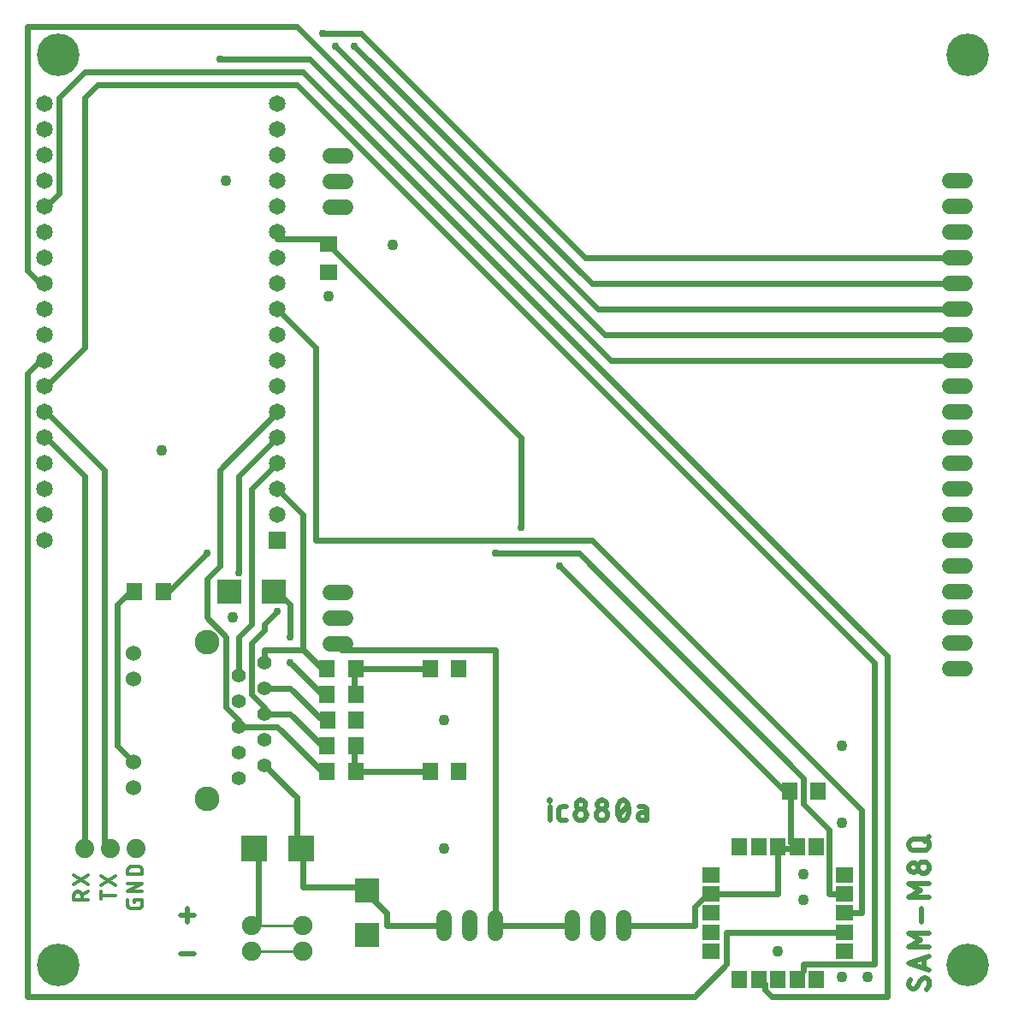
<source format=gbr>
G75*
%MOMM*%
%OFA0B0*%
%FSLAX33Y33*%
%IPPOS*%
%LPD*%
%AMOC8*
5,1,8,0,0,1.08239X$1,22.5*
%
%ADD10C,0.356*%
%ADD11C,0.508*%
%ADD12C,2.445*%
%ADD13C,1.398*%
%ADD14C,1.530*%
%ADD15C,1.524*%
%ADD16R,1.800X1.500*%
%ADD17R,1.500X1.800*%
%ADD18R,1.651X1.651*%
%ADD19C,1.651*%
%ADD20R,1.600X1.800*%
%ADD21R,1.600X1.803*%
%ADD22C,1.880*%
%ADD23C,0.254*%
%ADD24C,1.900*%
%ADD25R,2.540X2.540*%
%ADD26R,1.800X1.600*%
%ADD27R,2.400X2.400*%
%ADD28C,1.106*%
%ADD29C,4.216*%
%ADD30C,0.600*%
%ADD31C,0.756*%
D10*
X06858Y11822D02*
X06858Y12217D01*
X06858Y11822D02*
X08280Y11822D01*
X07648Y11822D02*
X07648Y12217D01*
X07648Y12296D02*
X08280Y12613D01*
X08280Y13290D02*
X06858Y14238D01*
X06858Y13290D02*
X08280Y14238D01*
X09525Y14194D02*
X10947Y13246D01*
X10947Y14194D02*
X09525Y13246D01*
X09525Y12656D02*
X09525Y11866D01*
X09525Y12261D02*
X10947Y12261D01*
X12192Y12635D02*
X13614Y13425D01*
X12192Y13425D01*
X12192Y12635D02*
X13614Y12635D01*
X13614Y11758D02*
X12824Y11758D01*
X12824Y11521D01*
X12508Y10968D02*
X12473Y10970D01*
X12438Y10976D01*
X12404Y10986D01*
X12371Y10999D01*
X12340Y11016D01*
X12311Y11037D01*
X12285Y11061D01*
X12261Y11087D01*
X12240Y11116D01*
X12223Y11147D01*
X12210Y11180D01*
X12200Y11214D01*
X12194Y11249D01*
X12192Y11284D01*
X12192Y11758D01*
X12508Y10968D02*
X13298Y10968D01*
X13331Y10970D01*
X13364Y10975D01*
X13396Y10983D01*
X13427Y10995D01*
X13456Y11010D01*
X13484Y11028D01*
X13509Y11049D01*
X13533Y11073D01*
X13554Y11098D01*
X13572Y11126D01*
X13587Y11155D01*
X13599Y11186D01*
X13607Y11218D01*
X13612Y11251D01*
X13614Y11284D01*
X13614Y11758D01*
X13614Y14302D02*
X12192Y14302D01*
X12192Y14698D01*
X12194Y14737D01*
X12200Y14775D01*
X12209Y14813D01*
X12222Y14849D01*
X12239Y14884D01*
X12259Y14917D01*
X12282Y14949D01*
X12308Y14977D01*
X12336Y15003D01*
X12368Y15026D01*
X12401Y15046D01*
X12436Y15063D01*
X12472Y15076D01*
X12510Y15085D01*
X12548Y15091D01*
X12587Y15093D01*
X13219Y15093D01*
X13258Y15091D01*
X13296Y15085D01*
X13334Y15076D01*
X13370Y15063D01*
X13405Y15046D01*
X13438Y15026D01*
X13470Y15003D01*
X13498Y14977D01*
X13524Y14949D01*
X13547Y14917D01*
X13567Y14884D01*
X13584Y14849D01*
X13597Y14813D01*
X13606Y14775D01*
X13612Y14737D01*
X13614Y14698D01*
X13614Y14302D01*
X07648Y12217D02*
X07646Y12256D01*
X07640Y12294D01*
X07631Y12332D01*
X07618Y12368D01*
X07601Y12403D01*
X07581Y12436D01*
X07558Y12468D01*
X07532Y12496D01*
X07504Y12522D01*
X07472Y12545D01*
X07439Y12565D01*
X07404Y12582D01*
X07368Y12595D01*
X07330Y12604D01*
X07292Y12610D01*
X07253Y12612D01*
X07214Y12610D01*
X07176Y12604D01*
X07138Y12595D01*
X07102Y12582D01*
X07067Y12565D01*
X07034Y12545D01*
X07002Y12522D01*
X06974Y12496D01*
X06948Y12468D01*
X06925Y12436D01*
X06905Y12403D01*
X06888Y12368D01*
X06875Y12332D01*
X06866Y12294D01*
X06860Y12256D01*
X06858Y12217D01*
D11*
X17433Y10264D02*
X18788Y10264D01*
X18110Y09587D02*
X18110Y10942D01*
X17433Y06454D02*
X18788Y06454D01*
X53966Y19634D02*
X53966Y20989D01*
X54023Y21553D02*
X53910Y21553D01*
X53910Y21666D01*
X54023Y21666D01*
X54023Y21553D01*
X54841Y20650D02*
X54841Y19973D01*
X54843Y19938D01*
X54848Y19903D01*
X54858Y19868D01*
X54870Y19835D01*
X54886Y19804D01*
X54906Y19774D01*
X54928Y19746D01*
X54953Y19721D01*
X54981Y19699D01*
X55011Y19679D01*
X55042Y19663D01*
X55075Y19651D01*
X55110Y19641D01*
X55145Y19636D01*
X55180Y19634D01*
X55632Y19634D01*
X54841Y20650D02*
X54843Y20685D01*
X54848Y20720D01*
X54858Y20755D01*
X54870Y20788D01*
X54886Y20820D01*
X54906Y20849D01*
X54928Y20877D01*
X54953Y20902D01*
X54981Y20924D01*
X55011Y20944D01*
X55042Y20960D01*
X55075Y20972D01*
X55110Y20982D01*
X55145Y20987D01*
X55180Y20989D01*
X55632Y20989D01*
X56577Y21215D02*
X56579Y21173D01*
X56585Y21132D01*
X56594Y21091D01*
X56608Y21052D01*
X56624Y21014D01*
X56645Y20977D01*
X56668Y20943D01*
X56695Y20910D01*
X56724Y20881D01*
X56757Y20854D01*
X56791Y20831D01*
X56828Y20810D01*
X56866Y20794D01*
X56905Y20780D01*
X56946Y20771D01*
X56987Y20765D01*
X57029Y20763D01*
X57071Y20765D01*
X57112Y20771D01*
X57153Y20780D01*
X57192Y20794D01*
X57230Y20810D01*
X57267Y20831D01*
X57301Y20854D01*
X57334Y20881D01*
X57363Y20910D01*
X57390Y20943D01*
X57413Y20977D01*
X57434Y21014D01*
X57450Y21052D01*
X57464Y21091D01*
X57473Y21132D01*
X57479Y21173D01*
X57481Y21215D01*
X57479Y21257D01*
X57473Y21298D01*
X57464Y21339D01*
X57450Y21378D01*
X57434Y21416D01*
X57413Y21453D01*
X57390Y21487D01*
X57363Y21520D01*
X57334Y21549D01*
X57301Y21576D01*
X57267Y21599D01*
X57230Y21620D01*
X57192Y21636D01*
X57153Y21650D01*
X57112Y21659D01*
X57071Y21665D01*
X57029Y21667D01*
X56987Y21665D01*
X56946Y21659D01*
X56905Y21650D01*
X56866Y21636D01*
X56828Y21620D01*
X56791Y21599D01*
X56757Y21576D01*
X56724Y21549D01*
X56695Y21520D01*
X56668Y21487D01*
X56645Y21453D01*
X56624Y21416D01*
X56608Y21378D01*
X56594Y21339D01*
X56585Y21298D01*
X56579Y21257D01*
X56577Y21215D01*
X56465Y20199D02*
X56467Y20152D01*
X56473Y20106D01*
X56482Y20061D01*
X56496Y20016D01*
X56513Y19972D01*
X56533Y19931D01*
X56557Y19891D01*
X56584Y19853D01*
X56614Y19817D01*
X56647Y19784D01*
X56683Y19754D01*
X56721Y19727D01*
X56761Y19703D01*
X56802Y19683D01*
X56846Y19666D01*
X56891Y19652D01*
X56936Y19643D01*
X56982Y19637D01*
X57029Y19635D01*
X57076Y19637D01*
X57122Y19643D01*
X57167Y19652D01*
X57212Y19666D01*
X57256Y19683D01*
X57297Y19703D01*
X57337Y19727D01*
X57375Y19754D01*
X57411Y19784D01*
X57444Y19817D01*
X57474Y19853D01*
X57501Y19891D01*
X57525Y19931D01*
X57545Y19972D01*
X57562Y20016D01*
X57576Y20061D01*
X57585Y20106D01*
X57591Y20152D01*
X57593Y20199D01*
X57591Y20246D01*
X57585Y20292D01*
X57576Y20337D01*
X57562Y20382D01*
X57545Y20426D01*
X57525Y20467D01*
X57501Y20507D01*
X57474Y20545D01*
X57444Y20581D01*
X57411Y20614D01*
X57375Y20644D01*
X57337Y20671D01*
X57297Y20695D01*
X57256Y20715D01*
X57212Y20732D01*
X57167Y20746D01*
X57122Y20755D01*
X57076Y20761D01*
X57029Y20763D01*
X56982Y20761D01*
X56936Y20755D01*
X56891Y20746D01*
X56846Y20732D01*
X56802Y20715D01*
X56761Y20695D01*
X56721Y20671D01*
X56683Y20644D01*
X56647Y20614D01*
X56614Y20581D01*
X56584Y20545D01*
X56557Y20507D01*
X56533Y20467D01*
X56513Y20426D01*
X56496Y20382D01*
X56482Y20337D01*
X56473Y20292D01*
X56467Y20246D01*
X56465Y20199D01*
X58553Y20199D02*
X58555Y20152D01*
X58561Y20106D01*
X58570Y20061D01*
X58584Y20016D01*
X58601Y19972D01*
X58621Y19931D01*
X58645Y19891D01*
X58672Y19853D01*
X58702Y19817D01*
X58735Y19784D01*
X58771Y19754D01*
X58809Y19727D01*
X58849Y19703D01*
X58890Y19683D01*
X58934Y19666D01*
X58979Y19652D01*
X59024Y19643D01*
X59070Y19637D01*
X59117Y19635D01*
X59164Y19637D01*
X59210Y19643D01*
X59255Y19652D01*
X59300Y19666D01*
X59344Y19683D01*
X59385Y19703D01*
X59425Y19727D01*
X59463Y19754D01*
X59499Y19784D01*
X59532Y19817D01*
X59562Y19853D01*
X59589Y19891D01*
X59613Y19931D01*
X59633Y19972D01*
X59650Y20016D01*
X59664Y20061D01*
X59673Y20106D01*
X59679Y20152D01*
X59681Y20199D01*
X59679Y20246D01*
X59673Y20292D01*
X59664Y20337D01*
X59650Y20382D01*
X59633Y20426D01*
X59613Y20467D01*
X59589Y20507D01*
X59562Y20545D01*
X59532Y20581D01*
X59499Y20614D01*
X59463Y20644D01*
X59425Y20671D01*
X59385Y20695D01*
X59344Y20715D01*
X59300Y20732D01*
X59255Y20746D01*
X59210Y20755D01*
X59164Y20761D01*
X59117Y20763D01*
X59070Y20761D01*
X59024Y20755D01*
X58979Y20746D01*
X58934Y20732D01*
X58890Y20715D01*
X58849Y20695D01*
X58809Y20671D01*
X58771Y20644D01*
X58735Y20614D01*
X58702Y20581D01*
X58672Y20545D01*
X58645Y20507D01*
X58621Y20467D01*
X58601Y20426D01*
X58584Y20382D01*
X58570Y20337D01*
X58561Y20292D01*
X58555Y20246D01*
X58553Y20199D01*
X58665Y21215D02*
X58667Y21173D01*
X58673Y21132D01*
X58682Y21091D01*
X58696Y21052D01*
X58712Y21014D01*
X58733Y20977D01*
X58756Y20943D01*
X58783Y20910D01*
X58812Y20881D01*
X58845Y20854D01*
X58879Y20831D01*
X58916Y20810D01*
X58954Y20794D01*
X58993Y20780D01*
X59034Y20771D01*
X59075Y20765D01*
X59117Y20763D01*
X59159Y20765D01*
X59200Y20771D01*
X59241Y20780D01*
X59280Y20794D01*
X59318Y20810D01*
X59355Y20831D01*
X59389Y20854D01*
X59422Y20881D01*
X59451Y20910D01*
X59478Y20943D01*
X59501Y20977D01*
X59522Y21014D01*
X59538Y21052D01*
X59552Y21091D01*
X59561Y21132D01*
X59567Y21173D01*
X59569Y21215D01*
X59567Y21257D01*
X59561Y21298D01*
X59552Y21339D01*
X59538Y21378D01*
X59522Y21416D01*
X59501Y21453D01*
X59478Y21487D01*
X59451Y21520D01*
X59422Y21549D01*
X59389Y21576D01*
X59355Y21599D01*
X59318Y21620D01*
X59280Y21636D01*
X59241Y21650D01*
X59200Y21659D01*
X59159Y21665D01*
X59117Y21667D01*
X59075Y21665D01*
X59034Y21659D01*
X58993Y21650D01*
X58954Y21636D01*
X58916Y21620D01*
X58879Y21599D01*
X58845Y21576D01*
X58812Y21549D01*
X58783Y21520D01*
X58756Y21487D01*
X58733Y21453D01*
X58712Y21416D01*
X58696Y21378D01*
X58682Y21339D01*
X58673Y21298D01*
X58667Y21257D01*
X58665Y21215D01*
X61769Y20650D02*
X61767Y20574D01*
X61762Y20498D01*
X61754Y20423D01*
X61742Y20348D01*
X61726Y20273D01*
X61707Y20200D01*
X61685Y20127D01*
X61660Y20055D01*
X61631Y19985D01*
X61600Y19916D01*
X61599Y19916D02*
X61585Y19879D01*
X61567Y19844D01*
X61545Y19810D01*
X61520Y19779D01*
X61493Y19750D01*
X61463Y19724D01*
X61430Y19701D01*
X61396Y19681D01*
X61360Y19664D01*
X61322Y19651D01*
X61283Y19642D01*
X61244Y19636D01*
X61204Y19634D01*
X61164Y19636D01*
X61125Y19642D01*
X61086Y19651D01*
X61048Y19664D01*
X61012Y19681D01*
X60978Y19701D01*
X60945Y19724D01*
X60915Y19750D01*
X60888Y19779D01*
X60863Y19810D01*
X60841Y19844D01*
X60823Y19879D01*
X60809Y19916D01*
X60753Y20086D02*
X61656Y21215D01*
X61599Y21385D02*
X61585Y21422D01*
X61567Y21457D01*
X61545Y21491D01*
X61520Y21522D01*
X61493Y21551D01*
X61463Y21577D01*
X61430Y21600D01*
X61396Y21620D01*
X61360Y21637D01*
X61322Y21650D01*
X61283Y21659D01*
X61244Y21665D01*
X61204Y21667D01*
X61164Y21665D01*
X61125Y21659D01*
X61086Y21650D01*
X61048Y21637D01*
X61012Y21620D01*
X60978Y21600D01*
X60945Y21577D01*
X60915Y21551D01*
X60888Y21522D01*
X60863Y21491D01*
X60841Y21457D01*
X60823Y21422D01*
X60809Y21385D01*
X61599Y21384D02*
X61630Y21315D01*
X61659Y21244D01*
X61684Y21173D01*
X61706Y21100D01*
X61725Y21026D01*
X61741Y20952D01*
X61753Y20877D01*
X61761Y20802D01*
X61766Y20726D01*
X61768Y20650D01*
X60640Y20650D02*
X60642Y20726D01*
X60647Y20802D01*
X60655Y20877D01*
X60667Y20952D01*
X60683Y21027D01*
X60702Y21100D01*
X60724Y21173D01*
X60749Y21245D01*
X60778Y21315D01*
X60809Y21384D01*
X60640Y20650D02*
X60642Y20574D01*
X60647Y20498D01*
X60655Y20423D01*
X60667Y20348D01*
X60683Y20273D01*
X60702Y20200D01*
X60724Y20127D01*
X60749Y20055D01*
X60778Y19985D01*
X60809Y19916D01*
X62800Y20989D02*
X63252Y20989D01*
X63287Y20987D01*
X63322Y20982D01*
X63357Y20972D01*
X63390Y20960D01*
X63422Y20944D01*
X63451Y20924D01*
X63479Y20902D01*
X63504Y20877D01*
X63526Y20849D01*
X63546Y20820D01*
X63562Y20788D01*
X63574Y20755D01*
X63584Y20720D01*
X63589Y20685D01*
X63591Y20650D01*
X63590Y20650D02*
X63590Y19634D01*
X63082Y19634D01*
X63043Y19636D01*
X63005Y19642D01*
X62967Y19651D01*
X62931Y19664D01*
X62896Y19681D01*
X62863Y19701D01*
X62831Y19724D01*
X62803Y19750D01*
X62777Y19778D01*
X62754Y19810D01*
X62734Y19843D01*
X62717Y19878D01*
X62704Y19914D01*
X62695Y19952D01*
X62689Y19990D01*
X62687Y20029D01*
X62689Y20068D01*
X62695Y20106D01*
X62704Y20144D01*
X62717Y20180D01*
X62734Y20215D01*
X62754Y20248D01*
X62777Y20280D01*
X62803Y20308D01*
X62831Y20334D01*
X62863Y20357D01*
X62896Y20377D01*
X62931Y20394D01*
X62967Y20407D01*
X63005Y20416D01*
X63043Y20422D01*
X63082Y20424D01*
X63590Y20424D01*
X89484Y13372D02*
X91516Y13372D01*
X90613Y12695D02*
X89484Y13372D01*
X90613Y12695D02*
X89484Y12017D01*
X91516Y12017D01*
X90726Y10936D02*
X90726Y09581D01*
X91516Y08500D02*
X89484Y08500D01*
X90613Y07823D01*
X89484Y07146D01*
X91516Y07146D01*
X91516Y06204D02*
X89484Y05526D01*
X91516Y04849D01*
X91008Y05018D02*
X91008Y06034D01*
X90670Y03847D02*
X90331Y03226D01*
X89484Y03451D02*
X89486Y03505D01*
X89491Y03560D01*
X89500Y03614D01*
X89512Y03667D01*
X89527Y03719D01*
X89546Y03770D01*
X89568Y03820D01*
X89594Y03868D01*
X89622Y03915D01*
X89653Y03959D01*
X90331Y03226D02*
X90310Y03193D01*
X90285Y03161D01*
X90258Y03132D01*
X90229Y03106D01*
X90197Y03082D01*
X90164Y03060D01*
X90128Y03042D01*
X90092Y03027D01*
X90054Y03015D01*
X90015Y03007D01*
X89976Y03002D01*
X89936Y03000D01*
X89936Y02999D02*
X89894Y03001D01*
X89853Y03007D01*
X89812Y03016D01*
X89773Y03030D01*
X89735Y03046D01*
X89698Y03067D01*
X89664Y03090D01*
X89631Y03117D01*
X89602Y03146D01*
X89575Y03179D01*
X89552Y03213D01*
X89531Y03250D01*
X89515Y03288D01*
X89501Y03327D01*
X89492Y03368D01*
X89486Y03409D01*
X89484Y03451D01*
X91234Y02944D02*
X91274Y02986D01*
X91311Y03030D01*
X91345Y03077D01*
X91377Y03125D01*
X91406Y03175D01*
X91431Y03228D01*
X91453Y03281D01*
X91472Y03336D01*
X91488Y03391D01*
X91500Y03448D01*
X91509Y03505D01*
X91514Y03563D01*
X91516Y03621D01*
X91517Y03621D02*
X91515Y03663D01*
X91509Y03704D01*
X91500Y03745D01*
X91486Y03784D01*
X91470Y03822D01*
X91449Y03859D01*
X91426Y03893D01*
X91399Y03926D01*
X91370Y03955D01*
X91337Y03982D01*
X91303Y04005D01*
X91266Y04026D01*
X91228Y04042D01*
X91189Y04056D01*
X91148Y04065D01*
X91107Y04071D01*
X91065Y04073D01*
X91025Y04071D01*
X90986Y04066D01*
X90947Y04058D01*
X90909Y04046D01*
X90873Y04031D01*
X90837Y04013D01*
X90804Y03991D01*
X90772Y03967D01*
X90743Y03941D01*
X90716Y03912D01*
X90691Y03880D01*
X90670Y03847D01*
X90952Y14427D02*
X90999Y14429D01*
X91045Y14435D01*
X91090Y14444D01*
X91135Y14458D01*
X91179Y14475D01*
X91220Y14495D01*
X91260Y14519D01*
X91298Y14546D01*
X91334Y14576D01*
X91367Y14609D01*
X91397Y14645D01*
X91424Y14683D01*
X91448Y14723D01*
X91468Y14764D01*
X91485Y14808D01*
X91499Y14853D01*
X91508Y14898D01*
X91514Y14944D01*
X91516Y14991D01*
X91514Y15038D01*
X91508Y15084D01*
X91499Y15129D01*
X91485Y15174D01*
X91468Y15218D01*
X91448Y15259D01*
X91424Y15299D01*
X91397Y15337D01*
X91367Y15373D01*
X91334Y15406D01*
X91298Y15436D01*
X91260Y15463D01*
X91220Y15487D01*
X91179Y15507D01*
X91135Y15524D01*
X91090Y15538D01*
X91045Y15547D01*
X90999Y15553D01*
X90952Y15555D01*
X90905Y15553D01*
X90859Y15547D01*
X90814Y15538D01*
X90769Y15524D01*
X90725Y15507D01*
X90684Y15487D01*
X90644Y15463D01*
X90606Y15436D01*
X90570Y15406D01*
X90537Y15373D01*
X90507Y15337D01*
X90480Y15299D01*
X90456Y15259D01*
X90436Y15218D01*
X90419Y15174D01*
X90405Y15129D01*
X90396Y15084D01*
X90390Y15038D01*
X90388Y14991D01*
X90390Y14944D01*
X90396Y14898D01*
X90405Y14853D01*
X90419Y14808D01*
X90436Y14764D01*
X90456Y14723D01*
X90480Y14683D01*
X90507Y14645D01*
X90537Y14609D01*
X90570Y14576D01*
X90606Y14546D01*
X90644Y14519D01*
X90684Y14495D01*
X90725Y14475D01*
X90769Y14458D01*
X90814Y14444D01*
X90859Y14435D01*
X90905Y14429D01*
X90952Y14427D01*
X89936Y14539D02*
X89978Y14541D01*
X90019Y14547D01*
X90060Y14556D01*
X90099Y14570D01*
X90137Y14586D01*
X90174Y14607D01*
X90208Y14630D01*
X90241Y14657D01*
X90270Y14686D01*
X90297Y14719D01*
X90320Y14753D01*
X90341Y14790D01*
X90357Y14828D01*
X90371Y14867D01*
X90380Y14908D01*
X90386Y14949D01*
X90388Y14991D01*
X90386Y15033D01*
X90380Y15074D01*
X90371Y15115D01*
X90357Y15154D01*
X90341Y15192D01*
X90320Y15229D01*
X90297Y15263D01*
X90270Y15296D01*
X90241Y15325D01*
X90208Y15352D01*
X90174Y15375D01*
X90137Y15396D01*
X90099Y15412D01*
X90060Y15426D01*
X90019Y15435D01*
X89978Y15441D01*
X89936Y15443D01*
X89894Y15441D01*
X89853Y15435D01*
X89812Y15426D01*
X89773Y15412D01*
X89735Y15396D01*
X89698Y15375D01*
X89664Y15352D01*
X89631Y15325D01*
X89602Y15296D01*
X89575Y15263D01*
X89552Y15229D01*
X89531Y15192D01*
X89515Y15154D01*
X89501Y15115D01*
X89492Y15074D01*
X89486Y15033D01*
X89484Y14991D01*
X89486Y14949D01*
X89492Y14908D01*
X89501Y14867D01*
X89515Y14828D01*
X89531Y14790D01*
X89552Y14753D01*
X89575Y14719D01*
X89602Y14686D01*
X89631Y14657D01*
X89664Y14630D01*
X89698Y14607D01*
X89735Y14586D01*
X89773Y14570D01*
X89812Y14556D01*
X89853Y14547D01*
X89894Y14541D01*
X89936Y14539D01*
X90049Y16682D02*
X90952Y16682D01*
X90952Y16683D02*
X90999Y16685D01*
X91045Y16691D01*
X91090Y16700D01*
X91135Y16714D01*
X91179Y16731D01*
X91220Y16751D01*
X91260Y16775D01*
X91298Y16802D01*
X91334Y16832D01*
X91367Y16865D01*
X91397Y16901D01*
X91424Y16939D01*
X91448Y16979D01*
X91468Y17020D01*
X91485Y17064D01*
X91499Y17109D01*
X91508Y17154D01*
X91514Y17200D01*
X91516Y17247D01*
X91514Y17294D01*
X91508Y17340D01*
X91499Y17385D01*
X91485Y17430D01*
X91468Y17474D01*
X91448Y17515D01*
X91424Y17555D01*
X91397Y17593D01*
X91367Y17629D01*
X91334Y17662D01*
X91298Y17692D01*
X91260Y17719D01*
X91220Y17743D01*
X91179Y17763D01*
X91135Y17780D01*
X91090Y17794D01*
X91045Y17803D01*
X90999Y17809D01*
X90952Y17811D01*
X90049Y17811D01*
X90002Y17809D01*
X89956Y17803D01*
X89911Y17794D01*
X89866Y17780D01*
X89822Y17763D01*
X89781Y17743D01*
X89741Y17719D01*
X89703Y17692D01*
X89667Y17662D01*
X89634Y17629D01*
X89604Y17593D01*
X89577Y17555D01*
X89553Y17515D01*
X89533Y17474D01*
X89516Y17430D01*
X89502Y17385D01*
X89493Y17340D01*
X89487Y17294D01*
X89485Y17247D01*
X89487Y17200D01*
X89493Y17154D01*
X89502Y17109D01*
X89516Y17064D01*
X89533Y17020D01*
X89553Y16979D01*
X89577Y16939D01*
X89604Y16901D01*
X89634Y16865D01*
X89667Y16832D01*
X89703Y16802D01*
X89741Y16775D01*
X89781Y16751D01*
X89822Y16731D01*
X89866Y16714D01*
X89911Y16700D01*
X89956Y16691D01*
X90002Y16685D01*
X90049Y16683D01*
X91065Y17585D02*
X91516Y18037D01*
D12*
X20010Y21795D03*
X20010Y37285D03*
D13*
X23190Y33990D03*
X23190Y31450D03*
X25730Y30180D03*
X25730Y27640D03*
X23190Y26370D03*
X23190Y28910D03*
X25730Y25100D03*
X23190Y23830D03*
X25730Y32720D03*
X25730Y35260D03*
D14*
X12760Y36165D03*
X12760Y33625D03*
X12760Y25455D03*
X12760Y22915D03*
D15*
X32248Y37120D02*
X33772Y37120D01*
X33772Y39660D02*
X32248Y39660D01*
X32248Y42200D02*
X33772Y42200D01*
X43510Y09982D02*
X43510Y08458D01*
X46050Y08458D02*
X46050Y09982D01*
X48590Y09982D02*
X48590Y08458D01*
X56210Y08458D02*
X56210Y09982D01*
X58750Y09982D02*
X58750Y08458D01*
X61290Y08458D02*
X61290Y09982D01*
X93548Y34620D02*
X95072Y34620D01*
X95072Y37160D02*
X93548Y37160D01*
X93548Y39700D02*
X95072Y39700D01*
X95072Y42240D02*
X93548Y42240D01*
X93548Y44780D02*
X95072Y44780D01*
X95072Y47320D02*
X93548Y47320D01*
X93548Y49860D02*
X95072Y49860D01*
X95072Y52400D02*
X93548Y52400D01*
X93548Y54940D02*
X95072Y54940D01*
X95072Y57480D02*
X93548Y57480D01*
X93548Y60020D02*
X95072Y60020D01*
X95072Y62560D02*
X93548Y62560D01*
X93548Y65100D02*
X95072Y65100D01*
X95072Y67640D02*
X93548Y67640D01*
X93548Y70180D02*
X95072Y70180D01*
X95072Y72720D02*
X93548Y72720D01*
X93548Y75260D02*
X95072Y75260D01*
X95072Y77800D02*
X93548Y77800D01*
X93548Y80340D02*
X95072Y80340D01*
X95072Y82880D02*
X93548Y82880D01*
X33772Y82860D02*
X32248Y82860D01*
X32248Y85400D02*
X33772Y85400D01*
X33772Y80320D02*
X32248Y80320D01*
D16*
X69930Y14290D03*
X69930Y12390D03*
X69930Y10490D03*
X69930Y08590D03*
X69930Y06690D03*
X83130Y06690D03*
X83130Y08590D03*
X83130Y10490D03*
X83130Y12390D03*
X83130Y14290D03*
D17*
X80330Y17090D03*
X78430Y17090D03*
X76530Y17090D03*
X74630Y17090D03*
X72730Y17090D03*
X72730Y03890D03*
X74630Y03890D03*
X76530Y03890D03*
X78430Y03890D03*
X80330Y03890D03*
D18*
X27000Y47320D03*
D19*
X27000Y49860D03*
X27000Y52400D03*
X27000Y54940D03*
X27000Y57480D03*
X27000Y60020D03*
X27000Y62560D03*
X27000Y65100D03*
X27000Y67640D03*
X27000Y70180D03*
X27000Y72720D03*
X27000Y75260D03*
X27000Y77800D03*
X27000Y80340D03*
X27000Y82880D03*
X27000Y85420D03*
X27000Y87960D03*
X27000Y90500D03*
X03950Y90500D03*
X03950Y87960D03*
X03950Y85420D03*
X03950Y82880D03*
X03950Y80340D03*
X03950Y77800D03*
X03950Y75260D03*
X03950Y72720D03*
X03950Y70180D03*
X03950Y67640D03*
X03950Y65100D03*
X03950Y62560D03*
X03950Y60020D03*
X03950Y57480D03*
X03950Y54940D03*
X03950Y52400D03*
X03950Y49860D03*
X03950Y47320D03*
D20*
X31950Y29540D03*
X34750Y29540D03*
X42110Y24460D03*
X44910Y24460D03*
X44910Y34620D03*
X42110Y34620D03*
X77730Y22550D03*
X80530Y22550D03*
D21*
X34772Y24460D03*
X34772Y27000D03*
X31928Y27000D03*
X31928Y24460D03*
X31928Y32080D03*
X34772Y32080D03*
X34772Y34620D03*
X31928Y34620D03*
X15722Y42240D03*
X12878Y42240D03*
D22*
X13030Y16840D03*
X10490Y16840D03*
X07950Y16840D03*
D23*
X24460Y09220D02*
X29540Y09220D01*
X29540Y06680D02*
X24460Y06680D01*
D24*
X24460Y06680D03*
X24460Y09220D03*
X29540Y09220D03*
X29540Y06680D03*
D25*
X29350Y16840D03*
X24651Y16840D03*
D26*
X32080Y73860D03*
X32080Y76660D03*
D27*
X26660Y42240D03*
X22260Y42240D03*
X35890Y12690D03*
X35890Y08290D03*
D28*
X43510Y16840D03*
X43510Y29540D03*
X22555Y39700D03*
X15570Y56210D03*
X32080Y71450D03*
X38430Y76530D03*
X21920Y82880D03*
X82880Y27000D03*
X82880Y19380D03*
X79070Y14300D03*
X79070Y11760D03*
X76530Y06680D03*
X82880Y04140D03*
X85420Y04140D03*
D29*
X95330Y05330D03*
X95330Y95330D03*
X05330Y95330D03*
X05330Y05330D03*
D30*
X02235Y02235D02*
X02235Y63830D01*
X03505Y65100D01*
X03950Y65100D01*
X03950Y62560D02*
X04140Y62560D01*
X07950Y66370D01*
X07950Y91135D01*
X09220Y92405D01*
X28905Y92405D01*
X86055Y35255D01*
X86055Y05410D01*
X79070Y05410D01*
X79070Y04775D01*
X78435Y04140D01*
X78430Y03890D01*
X75895Y02235D02*
X87325Y02235D01*
X87325Y35890D01*
X29540Y93675D01*
X07950Y93675D01*
X05410Y91135D01*
X05410Y81610D01*
X04140Y80340D01*
X03950Y80340D01*
X02235Y73990D02*
X03505Y72720D01*
X03950Y72720D01*
X02235Y73990D02*
X02235Y98120D01*
X28905Y98120D01*
X59385Y67640D01*
X94310Y67640D01*
X94310Y70180D02*
X58750Y70180D01*
X32715Y96215D01*
X31445Y97485D02*
X35255Y97485D01*
X57480Y75260D01*
X94310Y75260D01*
X94310Y72720D02*
X58115Y72720D01*
X34620Y96215D01*
X30175Y94945D02*
X21285Y94945D01*
X30175Y94945D02*
X60020Y65100D01*
X94310Y65100D01*
X58115Y47320D02*
X30810Y47320D01*
X30810Y66370D01*
X27000Y70180D01*
X27000Y77165D02*
X27000Y77800D01*
X27000Y77165D02*
X32080Y77165D01*
X32080Y76660D01*
X32080Y76530D01*
X51130Y57480D01*
X51130Y48590D01*
X48590Y46050D02*
X56845Y46050D01*
X79070Y23825D01*
X79070Y21285D01*
X81610Y18745D01*
X81610Y12395D01*
X82880Y12395D01*
X83130Y12390D01*
X83130Y10490D02*
X84785Y10490D01*
X84785Y20650D01*
X58115Y47320D01*
X54940Y44780D02*
X77165Y22555D01*
X77730Y22550D01*
X77800Y21920D01*
X77800Y17475D01*
X78430Y17090D01*
X77800Y16840D01*
X76530Y16840D01*
X76530Y17090D01*
X76530Y16840D02*
X76530Y12395D01*
X70180Y12395D01*
X69930Y12390D01*
X69545Y12395D01*
X68275Y11125D01*
X68275Y09220D01*
X61290Y09220D01*
X56210Y09220D02*
X48590Y09220D01*
X48590Y36525D01*
X33350Y36525D01*
X33010Y37120D01*
X31928Y34620D02*
X31445Y34620D01*
X29540Y36525D01*
X29540Y49860D01*
X27000Y52400D01*
X24460Y52400D02*
X27000Y54940D01*
X27000Y57480D02*
X23190Y53670D01*
X23190Y44145D01*
X21285Y44780D02*
X20015Y43510D01*
X20015Y39700D01*
X21920Y37795D01*
X21920Y30810D01*
X23190Y29540D01*
X23190Y28910D01*
X23190Y28905D01*
X27000Y28905D01*
X31445Y24460D01*
X31928Y24460D01*
X31928Y27000D02*
X31445Y27000D01*
X28270Y30175D01*
X25730Y30175D01*
X25730Y30180D01*
X25730Y30810D01*
X24460Y32080D01*
X24460Y37160D01*
X25730Y38430D01*
X25730Y39065D01*
X27000Y40335D01*
X28270Y40970D02*
X27000Y42240D01*
X26660Y42240D01*
X28270Y40970D02*
X28270Y37795D01*
X29540Y36525D02*
X25730Y36525D01*
X25730Y35260D01*
X23190Y33990D02*
X23190Y37795D01*
X24460Y39065D01*
X24460Y52400D01*
X21285Y54305D02*
X21285Y44780D01*
X20015Y46050D02*
X16205Y42240D01*
X15722Y42240D01*
X12878Y42240D02*
X12395Y42240D01*
X11125Y40970D01*
X11125Y27000D01*
X12395Y25730D01*
X12760Y25455D01*
X09855Y17475D02*
X10490Y16840D01*
X09855Y17475D02*
X09855Y54305D01*
X04140Y60020D01*
X03950Y60020D01*
X03950Y57480D02*
X04140Y57480D01*
X07950Y53670D01*
X07950Y16840D01*
X02235Y02235D02*
X68275Y02235D01*
X71450Y05410D01*
X71450Y08585D01*
X82880Y08585D01*
X83130Y08590D01*
X75895Y02235D02*
X75260Y02870D01*
X75260Y03505D01*
X74630Y03890D01*
X43510Y09220D02*
X37795Y09220D01*
X37795Y10490D01*
X35890Y12395D01*
X35890Y12690D01*
X35890Y13030D01*
X29540Y13030D01*
X29540Y16840D01*
X29350Y16840D01*
X28905Y16840D01*
X28905Y21920D01*
X25730Y25095D01*
X25730Y25100D01*
X31445Y29540D02*
X31950Y29540D01*
X31445Y29540D02*
X28270Y32715D01*
X25730Y32715D01*
X25730Y32720D01*
X28270Y35255D02*
X31445Y32080D01*
X31928Y32080D01*
X34620Y32080D02*
X34772Y32080D01*
X34620Y32080D02*
X34620Y34620D01*
X34772Y34620D01*
X42110Y34620D01*
X34772Y27000D02*
X34620Y27000D01*
X34620Y24460D01*
X34772Y24460D01*
X42110Y24460D01*
X25095Y16840D02*
X25095Y09220D01*
X24460Y09220D01*
X24651Y16840D02*
X25095Y16840D01*
X21285Y54305D02*
X27000Y60020D01*
D31*
X20015Y46050D03*
X23190Y44145D03*
X27000Y40335D03*
X28270Y37795D03*
X28270Y35255D03*
X48590Y46050D03*
X51130Y48590D03*
X54940Y44780D03*
X21285Y94945D03*
X31445Y97485D03*
X32715Y96215D03*
X34620Y96215D03*
M02*

</source>
